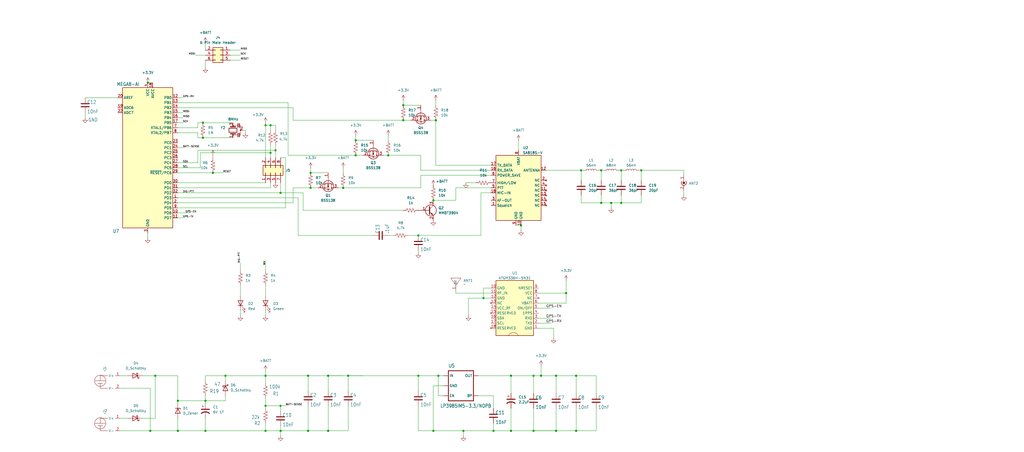
<source format=kicad_sch>
(kicad_sch (version 20231120) (generator "eeschema") (generator_version "8.0")
  (paper "User" 519.176 229.133)
  (junction (at 104.14 203.2))
  (junction (at 220.98 60.96))
  (junction (at 114.3 190.5))
  (junction (at 157.48 95.25))
  (junction (at 173.99 95.25))
  (junction (at 212.09 190.5))
  (junction (at 180.34 71.12))
  (junction (at 281.94 218.44))
  (junction (at 259.08 190.5))
  (junction (at 134.62 218.44))
  (junction (at 142.24 97.79))
  (junction (at 325.12 86.36))
  (junction (at 102.87 69.85))
  (junction (at 176.53 190.5))
  (junction (at 234.95 218.44))
  (junction (at 139.7 76.2))
  (junction (at 219.71 218.44))
  (junction (at 309.88 102.87))
  (junction (at 142.24 218.44))
  (junction (at 259.08 218.44))
  (junction (at 196.85 78.74))
  (junction (at 274.32 190.5))
  (junction (at 78.74 190.5))
  (junction (at 292.1 218.44))
  (junction (at 250.19 218.44))
  (junction (at 142.24 205.74))
  (junction (at 102.87 62.23))
  (junction (at 204.47 53.34))
  (junction (at 287.02 148.59))
  (junction (at 166.37 190.5))
  (junction (at 270.51 218.44))
  (junction (at 137.16 77.47))
  (junction (at 281.94 190.5))
  (junction (at 90.17 203.2))
  (junction (at 90.17 218.44))
  (junction (at 270.51 190.5))
  (junction (at 134.62 190.5))
  (junction (at 304.8 86.36))
  (junction (at 134.62 205.74))
  (junction (at 107.95 87.63))
  (junction (at 314.96 102.87))
  (junction (at 104.14 218.44))
  (junction (at 292.1 190.5))
  (junction (at 222.25 190.5))
  (junction (at 156.21 218.44))
  (junction (at 74.93 41.91))
  (junction (at 245.11 151.13))
  (junction (at 137.16 63.5))
  (junction (at 157.48 87.63))
  (junction (at 180.34 78.74))
  (junction (at 204.47 60.96))
  (junction (at 264.16 114.3))
  (junction (at 304.8 102.87))
  (junction (at 76.2 218.44))
  (junction (at 212.09 119.38))
  (junction (at 156.21 190.5))
  (junction (at 314.96 86.36))
  (junction (at 294.64 86.36))
  (junction (at 134.62 63.5))
  (junction (at 219.71 101.6))
  (junction (at 166.37 218.44))
  (wire (pts (xy 245.11 146.05) (xy 245.11 151.13)))
  (wire (pts (xy 157.48 85.09) (xy 157.48 87.63)))
  (wire (pts (xy 196.85 68.58) (xy 196.85 71.12)))
  (wire (pts (xy 142.24 218.44) (xy 142.24 215.9)) (stroke (width 0.1524)))
  (wire (pts (xy 124.46 66.04) (xy 124.46 67.31)))
  (wire (pts (xy 294.64 99.06) (xy 294.64 102.87)))
  (wire (pts (xy 78.74 190.5) (xy 90.17 190.5)))
  (wire (pts (xy 100.33 76.2) (xy 139.7 76.2)) (stroke (width 0.1524)))
  (wire (pts (xy 142.24 205.74) (xy 144.78 205.74)) (stroke (width 0.1524)))
  (wire (pts (xy 274.32 190.5) (xy 270.51 190.5)) (stroke (width 0.1524)))
  (wire (pts (xy 60.96 190.5) (xy 64.77 190.5)))
  (wire (pts (xy 90.17 110.49) (xy 92.71 110.49)) (stroke (width 0.1524)))
  (wire (pts (xy 294.64 86.36) (xy 295.91 86.36)))
  (wire (pts (xy 90.17 102.87) (xy 148.59 102.87)))
  (wire (pts (xy 157.48 95.25) (xy 161.29 95.25)))
  (wire (pts (xy 176.53 190.5) (xy 212.09 190.5)) (stroke (width 0.1524)))
  (wire (pts (xy 294.64 102.87) (xy 304.8 102.87)))
  (wire (pts (xy 121.92 157.48) (xy 121.92 160.02)))
  (wire (pts (xy 273.05 148.59) (xy 287.02 148.59)))
  (wire (pts (xy 204.47 50.8) (xy 204.47 53.34)))
  (wire (pts (xy 180.34 78.74) (xy 146.05 78.74)))
  (wire (pts (xy 250.19 214.63) (xy 250.19 218.44)) (stroke (width 0.1524)))
  (wire (pts (xy 212.09 127) (xy 212.09 128.27)))
  (wire (pts (xy 224.79 195.58) (xy 219.71 195.58)) (stroke (width 0.1524)))
  (wire (pts (xy 43.18 49.53) (xy 59.69 49.53)))
  (wire (pts (xy 90.17 49.53) (xy 92.71 49.53)) (stroke (width 0.1524)))
  (wire (pts (xy 142.24 218.44) (xy 143.51 218.44)))
  (wire (pts (xy 304.8 86.36) (xy 306.07 86.36)))
  (wire (pts (xy 90.17 203.2) (xy 104.14 203.2)))
  (wire (pts (xy 292.1 207.01) (xy 292.1 218.44)))
  (wire (pts (xy 134.62 190.5) (xy 134.62 194.31)) (stroke (width 0.1524)))
  (wire (pts (xy 104.14 200.66) (xy 104.14 203.2)))
  (wire (pts (xy 220.98 60.96) (xy 220.98 83.82)))
  (wire (pts (xy 146.05 52.07) (xy 146.05 78.74)))
  (wire (pts (xy 248.92 86.36) (xy 213.36 86.36)))
  (wire (pts (xy 90.17 64.77) (xy 100.33 64.77)))
  (wire (pts (xy 218.44 60.96) (xy 220.98 60.96)))
  (wire (pts (xy 270.51 199.39) (xy 270.51 190.5)) (stroke (width 0.1524)))
  (wire (pts (xy 102.87 69.85) (xy 100.33 69.85)))
  (wire (pts (xy 142.24 208.28) (xy 142.24 205.74)) (stroke (width 0.1524)))
  (wire (pts (xy 134.62 214.63) (xy 134.62 218.44)) (stroke (width 0.1524)))
  (wire (pts (xy 273.05 156.21) (xy 279.4 156.21)))
  (wire (pts (xy 134.62 190.5) (xy 156.21 190.5)) (stroke (width 0.1524)))
  (wire (pts (xy 273.05 163.83) (xy 279.4 163.83)))
  (wire (pts (xy 189.23 119.38) (xy 151.13 119.38)) (stroke (width 0.1524)))
  (wire (pts (xy 90.17 57.15) (xy 92.71 57.15)) (stroke (width 0.1524)))
  (wire (pts (xy 259.08 190.5) (xy 270.51 190.5)) (stroke (width 0.1524)))
  (wire (pts (xy 74.93 118.11) (xy 74.93 120.65)))
  (wire (pts (xy 116.84 27.94) (xy 121.92 27.94)) (stroke (width 0.1524)))
  (wire (pts (xy 304.8 86.36) (xy 304.8 91.44)))
  (wire (pts (xy 274.32 190.5) (xy 281.94 190.5)) (stroke (width 0.1524)))
  (wire (pts (xy 281.94 207.01) (xy 281.94 218.44)) (stroke (width 0.1524)))
  (wire (pts (xy 116.84 30.48) (xy 121.92 30.48)) (stroke (width 0.1524)))
  (wire (pts (xy 137.16 92.71) (xy 137.16 95.25)) (stroke (width 0.1524)))
  (wire (pts (xy 273.05 161.29) (xy 279.4 161.29)))
  (wire (pts (xy 219.71 195.58) (xy 219.71 218.44)) (stroke (width 0.1524)))
  (wire (pts (xy 90.17 82.55) (xy 100.33 82.55)) (stroke (width 0.1524)))
  (wire (pts (xy 287.02 153.67) (xy 287.02 148.59)))
  (wire (pts (xy 90.17 54.61) (xy 148.59 54.61)))
  (wire (pts (xy 304.8 102.87) (xy 309.88 102.87)))
  (wire (pts (xy 134.62 63.5) (xy 137.16 63.5)))
  (wire (pts (xy 176.53 205.74) (xy 176.53 218.44)))
  (wire (pts (xy 100.33 82.55) (xy 100.33 76.2)) (stroke (width 0.1524)))
  (wire (pts (xy 303.53 86.36) (xy 304.8 86.36)))
  (wire (pts (xy 243.84 119.38) (xy 212.09 119.38)) (stroke (width 0.1524)))
  (wire (pts (xy 207.01 119.38) (xy 212.09 119.38)) (stroke (width 0.1524)))
  (wire (pts (xy 231.14 101.6) (xy 231.14 95.25)))
  (wire (pts (xy 114.3 203.2) (xy 104.14 203.2)))
  (wire (pts (xy 213.36 95.25) (xy 213.36 88.9)))
  (wire (pts (xy 224.79 190.5) (xy 222.25 190.5)) (stroke (width 0.1524)))
  (wire (pts (xy 204.47 60.96) (xy 208.28 60.96)))
  (wire (pts (xy 123.19 66.04) (xy 124.46 66.04)))
  (wire (pts (xy 134.62 205.74) (xy 142.24 205.74)) (stroke (width 0.1524)))
  (wire (pts (xy 325.12 102.87) (xy 314.96 102.87)))
  (wire (pts (xy 100.33 62.23) (xy 102.87 62.23)))
  (wire (pts (xy 90.17 218.44) (xy 104.14 218.44)))
  (wire (pts (xy 270.51 218.44) (xy 281.94 218.44)) (stroke (width 0.1524)))
  (wire (pts (xy 142.24 218.44) (xy 156.21 218.44)) (stroke (width 0.1524)))
  (wire (pts (xy 166.37 205.74) (xy 166.37 218.44)))
  (wire (pts (xy 302.26 199.39) (xy 302.26 190.5)))
  (wire (pts (xy 176.53 190.5) (xy 176.53 198.12)))
  (wire (pts (xy 219.71 218.44) (xy 212.09 218.44)) (stroke (width 0.1524)))
  (wire (pts (xy 276.86 86.36) (xy 294.64 86.36)))
  (wire (pts (xy 90.17 212.09) (xy 90.17 218.44)))
  (wire (pts (xy 137.16 63.5) (xy 139.7 63.5)))
  (wire (pts (xy 274.32 185.42) (xy 274.32 190.5)) (stroke (width 0.1524)))
  (wire (pts (xy 157.48 87.63) (xy 166.37 87.63)))
  (wire (pts (xy 309.88 102.87) (xy 309.88 105.41)))
  (wire (pts (xy 245.11 151.13) (xy 248.92 151.13)))
  (wire (pts (xy 314.96 102.87) (xy 309.88 102.87)))
  (wire (pts (xy 90.17 100.33) (xy 151.13 100.33)))
  (wire (pts (xy 90.17 204.47) (xy 90.17 203.2)))
  (wire (pts (xy 262.89 71.12) (xy 262.89 76.2)))
  (wire (pts (xy 224.79 200.66) (xy 222.25 200.66)) (stroke (width 0.1524)))
  (wire (pts (xy 323.85 86.36) (xy 325.12 86.36)))
  (wire (pts (xy 137.16 63.5) (xy 137.16 66.04)))
  (wire (pts (xy 243.84 119.38) (xy 243.84 97.79)) (stroke (width 0.1524)))
  (wire (pts (xy 313.69 86.36) (xy 314.96 86.36)))
  (wire (pts (xy 90.17 74.93) (xy 92.71 74.93)) (stroke (width 0.1524)))
  (wire (pts (xy 134.62 201.93) (xy 134.62 203.2)))
  (wire (pts (xy 121.92 144.78) (xy 121.92 149.86)) (stroke (width 0.1524)))
  (wire (pts (xy 114.3 190.5) (xy 129.54 190.5)))
  (wire (pts (xy 212.09 190.5) (xy 212.09 198.12)) (stroke (width 0.1524)))
  (wire (pts (xy 156.21 218.44) (xy 166.37 218.44)))
  (wire (pts (xy 166.37 190.5) (xy 173.99 190.5)))
  (wire (pts (xy 180.34 68.58) (xy 180.34 71.12)))
  (wire (pts (xy 142.24 218.44) (xy 142.24 220.98)))
  (wire (pts (xy 137.16 77.47) (xy 137.16 80.01)))
  (wire (pts (xy 346.71 86.36) (xy 325.12 86.36)))
  (wire (pts (xy 156.21 190.5) (xy 166.37 190.5)) (stroke (width 0.1524)))
  (wire (pts (xy 173.99 85.09) (xy 173.99 87.63)))
  (wire (pts (xy 213.36 88.9) (xy 248.92 88.9)))
  (wire (pts (xy 194.31 78.74) (xy 196.85 78.74)))
  (wire (pts (xy 129.54 190.5) (xy 134.62 190.5)) (stroke (width 0.1524)))
  (wire (pts (xy 166.37 190.5) (xy 176.53 190.5)) (stroke (width 0.1524)))
  (wire (pts (xy 72.39 212.09) (xy 78.74 212.09)))
  (wire (pts (xy 104.14 212.09) (xy 104.14 218.44)))
  (wire (pts (xy 222.25 200.66) (xy 222.25 190.5)) (stroke (width 0.1524)))
  (wire (pts (xy 43.18 57.15) (xy 43.18 59.69)))
  (wire (pts (xy 242.57 200.66) (xy 250.19 200.66)) (stroke (width 0.1524)))
  (wire (pts (xy 156.21 198.12) (xy 156.21 190.5)) (stroke (width 0.1524)))
  (wire (pts (xy 151.13 119.38) (xy 151.13 100.33)))
  (wire (pts (xy 196.85 78.74) (xy 213.36 78.74)))
  (wire (pts (xy 180.34 78.74) (xy 184.15 78.74)))
  (wire (pts (xy 104.14 193.04) (xy 104.14 190.5)))
  (wire (pts (xy 248.92 83.82) (xy 220.98 83.82)))
  (wire (pts (xy 134.62 137.16) (xy 134.62 132.08)) (stroke (width 0.1524)))
  (wire (pts (xy 121.92 137.16) (xy 121.92 133.35)) (stroke (width 0.1524)))
  (wire (pts (xy 292.1 190.5) (xy 292.1 199.39)))
  (wire (pts (xy 134.62 187.96) (xy 134.62 190.5)) (stroke (width 0.1524)))
  (wire (pts (xy 76.2 218.44) (xy 90.17 218.44)))
  (wire (pts (xy 60.96 196.85) (xy 76.2 196.85)))
  (wire (pts (xy 90.17 87.63) (xy 107.95 87.63)))
  (wire (pts (xy 90.17 59.69) (xy 92.71 59.69)) (stroke (width 0.1524)))
  (wire (pts (xy 76.2 196.85) (xy 76.2 218.44)))
  (wire (pts (xy 102.87 62.23) (xy 118.11 62.23)))
  (wire (pts (xy 74.93 41.91) (xy 77.47 41.91)))
  (wire (pts (xy 236.22 92.71) (xy 241.3 92.71)))
  (wire (pts (xy 292.1 218.44) (xy 281.94 218.44)))
  (wire (pts (xy 134.62 205.74) (xy 134.62 203.2)) (stroke (width 0.1524)))
  (wire (pts (xy 302.26 207.01) (xy 302.26 218.44)))
  (wire (pts (xy 90.17 67.31) (xy 100.33 67.31)))
  (wire (pts (xy 148.59 95.25) (xy 157.48 95.25)))
  (wire (pts (xy 156.21 205.74) (xy 156.21 218.44)) (stroke (width 0.1524)))
  (wire (pts (xy 90.17 203.2) (xy 90.17 190.5)))
  (wire (pts (xy 114.3 200.66) (xy 114.3 203.2)))
  (wire (pts (xy 134.62 157.48) (xy 134.62 160.02)))
  (wire (pts (xy 104.14 190.5) (xy 114.3 190.5)))
  (wire (pts (xy 280.67 166.37) (xy 280.67 171.45)))
  (wire (pts (xy 114.3 193.04) (xy 114.3 190.5)))
  (wire (pts (xy 304.8 99.06) (xy 304.8 102.87)))
  (wire (pts (xy 237.49 151.13) (xy 245.11 151.13)))
  (wire (pts (xy 104.14 21.59) (xy 104.14 25.4)))
  (wire (pts (xy 242.57 190.5) (xy 259.08 190.5)) (stroke (width 0.1524)))
  (wire (pts (xy 144.78 80.01) (xy 142.24 80.01)))
  (wire (pts (xy 139.7 66.04) (xy 139.7 63.5)))
  (wire (pts (xy 142.24 97.79) (xy 153.67 97.79)))
  (wire (pts (xy 294.64 86.36) (xy 294.64 91.44)))
  (wire (pts (xy 346.71 96.52) (xy 346.71 99.06)))
  (wire (pts (xy 222.25 190.5) (xy 212.09 190.5)) (stroke (width 0.1524)))
  (wire (pts (xy 90.17 105.41) (xy 144.78 105.41)))
  (wire (pts (xy 234.95 218.44) (xy 250.19 218.44)) (stroke (width 0.1524)))
  (wire (pts (xy 314.96 99.06) (xy 314.96 102.87)))
  (wire (pts (xy 259.08 190.5) (xy 259.08 199.39)))
  (wire (pts (xy 78.74 190.5) (xy 78.74 212.09)))
  (wire (pts (xy 261.62 114.3) (xy 264.16 114.3)))
  (wire (pts (xy 259.08 218.44) (xy 270.51 218.44)) (stroke (width 0.1524)))
  (wire (pts (xy 219.71 101.6) (xy 231.14 101.6)))
  (wire (pts (xy 166.37 190.5) (xy 166.37 198.12)))
  (wire (pts (xy 346.71 88.9) (xy 346.71 86.36)))
  (wire (pts (xy 248.92 146.05) (xy 245.11 146.05)))
  (wire (pts (xy 180.34 71.12) (xy 189.23 71.12)))
  (wire (pts (xy 148.59 102.87) (xy 148.59 95.25)))
  (wire (pts (xy 273.05 166.37) (xy 280.67 166.37)))
  (wire (pts (xy 270.51 218.44) (xy 281.94 218.44)))
  (wire (pts (xy 90.17 107.95) (xy 96.52 107.95)))
  (wire (pts (xy 90.17 52.07) (xy 146.05 52.07)))
  (wire (pts (xy 104.14 34.29) (xy 104.14 30.48)))
  (wire (pts (xy 128.27 218.44) (xy 134.62 218.44)) (stroke (width 0.1524)))
  (wire (pts (xy 204.47 106.68) (xy 153.67 106.68)))
  (wire (pts (xy 142.24 92.71) (xy 142.24 97.79)))
  (wire (pts (xy 90.17 85.09) (xy 101.6 85.09)) (stroke (width 0.1524)))
  (wire (pts (xy 204.47 53.34) (xy 213.36 53.34)))
  (wire (pts (xy 287.02 148.59) (xy 287.02 142.24)))
  (wire (pts (xy 107.95 87.63) (xy 113.03 87.63)) (stroke (width 0.1524)))
  (wire (pts (xy 302.26 218.44) (xy 292.1 218.44)))
  (wire (pts (xy 144.78 105.41) (xy 144.78 80.01)))
  (wire (pts (xy 104.14 27.94) (xy 99.06 27.94)) (stroke (width 0.1524)))
  (wire (pts (xy 166.37 218.44) (xy 176.53 218.44)))
  (wire (pts (xy 231.14 148.59) (xy 231.14 147.32)))
  (wire (pts (xy 139.7 73.66) (xy 139.7 76.2)))
  (wire (pts (xy 148.59 54.61) (xy 148.59 60.96)))
  (wire (pts (xy 220.98 50.8) (xy 220.98 53.34)))
  (wire (pts (xy 250.19 200.66) (xy 250.19 207.01)) (stroke (width 0.1524)))
  (wire (pts (xy 104.14 203.2) (xy 104.14 204.47)))
  (wire (pts (xy 100.33 64.77) (xy 100.33 62.23)))
  (wire (pts (xy 248.92 148.59) (xy 231.14 148.59)))
  (wire (pts (xy 137.16 73.66) (xy 137.16 77.47)))
  (wire (pts (xy 104.14 218.44) (xy 128.27 218.44)))
  (wire (pts (xy 234.95 218.44) (xy 234.95 220.98)))
  (wire (pts (xy 116.84 25.4) (xy 121.92 25.4)) (stroke (width 0.1524)))
  (wire (pts (xy 107.95 78.74) (xy 107.95 80.01)))
  (wire (pts (xy 90.17 92.71) (xy 134.62 92.71)) (stroke (width 0.1524)))
  (wire (pts (xy 270.51 207.01) (xy 270.51 218.44)) (stroke (width 0.1524)))
  (wire (pts (xy 100.33 69.85) (xy 100.33 67.31)))
  (wire (pts (xy 173.99 95.25) (xy 213.36 95.25)))
  (wire (pts (xy 243.84 97.79) (xy 248.92 97.79)))
  (wire (pts (xy 134.62 63.5) (xy 134.62 80.01)))
  (wire (pts (xy 139.7 76.2) (xy 139.7 80.01)))
  (wire (pts (xy 325.12 99.06) (xy 325.12 102.87)))
  (wire (pts (xy 314.96 86.36) (xy 314.96 91.44)))
  (wire (pts (xy 212.09 218.44) (xy 212.09 205.74)) (stroke (width 0.1524)))
  (wire (pts (xy 134.62 62.23) (xy 134.62 63.5)))
  (wire (pts (xy 302.26 190.5) (xy 292.1 190.5)))
  (wire (pts (xy 264.16 114.3) (xy 264.16 116.84)))
  (wire (pts (xy 60.96 218.44) (xy 76.2 218.44)))
  (wire (pts (xy 325.12 91.44) (xy 325.12 86.36)))
  (wire (pts (xy 142.24 218.44) (xy 134.62 218.44)) (stroke (width 0.1524)))
  (wire (pts (xy 102.87 69.85) (xy 118.11 69.85)))
  (wire (pts (xy 60.96 212.09) (xy 64.77 212.09)))
  (wire (pts (xy 101.6 77.47) (xy 137.16 77.47)) (stroke (width 0.1524)))
  (wire (pts (xy 171.45 95.25) (xy 173.99 95.25)))
  (wire (pts (xy 196.85 119.38) (xy 199.39 119.38)) (stroke (width 0.1524)))
  (wire (pts (xy 134.62 144.78) (xy 134.62 149.86)) (stroke (width 0.1524)))
  (wire (pts (xy 237.49 151.13) (xy 237.49 160.02)))
  (wire (pts (xy 176.53 190.5) (xy 184.15 190.5)))
  (wire (pts (xy 153.67 106.68) (xy 153.67 97.79)))
  (wire (pts (xy 213.36 86.36) (xy 213.36 78.74)))
  (wire (pts (xy 101.6 85.09) (xy 101.6 77.47)) (stroke (width 0.1524)))
  (wire (pts (xy 281.94 190.5) (xy 281.94 199.39)) (stroke (width 0.1524)))
  (wire (pts (xy 259.08 207.01) (xy 259.08 218.44)))
  (wire (pts (xy 292.1 190.5) (xy 281.94 190.5)))
  (wire (pts (xy 148.59 60.96) (xy 204.47 60.96)))
  (wire (pts (xy 248.92 95.25) (xy 231.14 95.25)))
  (wire (pts (xy 314.96 86.36) (xy 316.23 86.36)))
  (wire (pts (xy 90.17 62.23) (xy 92.71 62.23)) (stroke (width 0.1524)))
  (wire (pts (xy 219.71 218.44) (xy 234.95 218.44)) (stroke (width 0.1524)))
  (wire (pts (xy 134.62 205.74) (xy 134.62 207.01)))
  (wire (pts (xy 90.17 97.79) (xy 142.24 97.79)))
  (wire (pts (xy 72.39 190.5) (xy 78.74 190.5)))
  (wire (pts (xy 273.05 153.67) (xy 287.02 153.67)))
  (wire (pts (xy 250.19 218.44) (xy 259.08 218.44)) (stroke (width 0.1524)))
  (wire (pts (xy 90.17 95.25) (xy 137.16 95.25)) (stroke (width 0.1524)))
  (label "MISO" (at 121.92 25.4 0) (effects (font (size 0.889 0.889))))
  (label "GPS-RX" (at 276.86 163.83 0))
  (label "DIG-PTT" (at 121.92 133.35 90) (effects (font (size 0.889 0.889))))
  (label "RESET" (at 113.03 87.63 0) (effects (font (size 0.889 0.889))))
  (label "SCK" (at 134.62 132.08 270) (effects (font (size 0.7112 0.7112))))
  (label "BATT-SENSE" (at 92.71 74.93 0) (effects (font (size 0.889 0.889))))
  (label "SDA" (at 92.71 82.55 0) (effects (font (size 0.889 0.889))))
  (label "GPS-EN" (at 93.98 107.95 0) (effects (font (size 0.889 0.889))))
  (label "GPS-TX" (at 92.71 110.49 0) (effects (font (size 0.889 0.889))))
  (label "DIG-PTT" (at 92.71 97.79 0) (effects (font (size 0.889 0.889))))
  (label "BATT-SENSE" (at 144.78 205.74 0) (effects (font (size 0.889 0.889))))
  (label "MOSI" (at 99.06 27.94 180) (effects (font (size 0.889 0.889))))
  (label "SCK" (at 92.71 62.23 0) (effects (font (size 0.889 0.889))))
  (label "GPS-TX" (at 276.86 161.29 0))
  (label "GPS-EN" (at 276.86 156.21 0))
  (label "MISO" (at 92.71 59.69 0) (effects (font (size 0.889 0.889))))
  (label "GPS-RX" (at 92.71 49.53 0) (effects (font (size 0.889 0.889))))
  (label "SCL" (at 92.71 85.09 0) (effects (font (size 0.889 0.889))))
  (label "MOSI" (at 92.71 57.15 0) (effects (font (size 0.889 0.889))))
  (label "RESET" (at 121.92 30.48 0) (effects (font (size 0.889 0.889))))
  (label "SCK" (at 121.92 27.94 0) (effects (font (size 0.889 0.889))))
  (symbol (lib_id "power:+3.3V") (at 107.95 78.74 0) (unit 1)
    (property "Reference" "#PWR09" (effects (hide yes)))
    (property "Value" "+3.3V" (at 107.95 73.66 0))
    (property "Description" "Power symbol creates a global label with name \"+3.3V\"" (effects (hide yes)))
  )
  (symbol (lib_id "Device:LED") (at 134.62 153.67 90) (unit 1)
    (property "Reference" "D3" (at 138.43 153.9874 90) (effects (justify right)))
    (property "Value" "Green" (at 138.43 156.5274 90) (effects (justify right)))
    (property "Footprint" "Diode_SMD:D_0805_2012Metric" (effects (hide yes)))
    (property "Description" "Light emitting diode" (effects (hide yes)))
    (property "Digikey" "160-1169-1-ND" (effects (hide yes)))
  )
  (symbol (lib_id "Device:R_US") (at 173.99 91.44 180) (unit 1)
    (property "Reference" "R9" (at 176.53 90.1699 0) (effects (justify right)))
    (property "Value" "10k" (at 176.53 92.7099 0) (effects (justify right)))
    (property "Footprint" "Resistor_SMD:R_0805_2012Metric" (effects (hide yes)))
    (property "Description" "Resistor, US symbol" (effects (hide yes)))
    (property "Digikey" "311-10KARCT-ND" (effects (hide yes)))
  )
  (symbol (lib_id "power:+3.3V") (at 157.48 85.09 0) (unit 1)
    (property "Reference" "#PWR013" (effects (hide yes)))
    (property "Value" "+3.3V" (at 157.48 80.01 0))
    (property "Description" "Power symbol creates a global label with name \"+3.3V\"" (effects (hide yes)))
  )
  (symbol (lib_id "Device:C") (at 142.24 212.09 0) (unit 1)
    (property "Reference" "C10" (at 143.256 211.455 0) (effects (font (size 1.778 1.5113)) (justify left bottom)))
    (property "Value" "10nF" (at 143.256 216.281 0) (effects (font (size 1.778 1.5113)) (justify left bottom)))
    (property "Footprint" "Capacitor_SMD:C_0805_2012Metric" (effects (hide yes)))
    (property "Description" "Unpolarized capacitor" (effects (hide yes)))
    (property "Digikey" "399-1158-1-ND" (effects (hide yes)))
  )
  (symbol (lib_id "power:GND") (at 280.67 171.45 0) (unit 1)
    (property "Reference" "#SUPPLY015" (effects (hide yes)))
    (property "Value" "GND" (effects (hide yes)))
    (property "Description" "Power symbol creates a global label with name \"GND\" , ground" (effects (hide yes)))
  )
  (symbol (lib_id "Transistor_FET:BSS138") (at 213.36 58.42 270) (unit 1)
    (property "Reference" "Q4" (at 213.36 64.77 90))
    (property "Value" "BSS138" (at 213.36 67.31 90))
    (property "Footprint" "Package_TO_SOT_SMD:SOT-23" (effects (hide yes)))
    (property "Datasheet" "https://www.onsemi.com/pub/Collateral/BSS138-D.PDF" (effects (hide yes)))
    (property "Description" "50V Vds, 0.22A Id, N-Channel MOSFET, SOT-23" (effects (hide yes)))
    (property "Digikey" "BSS138TR-ND" (effects (hide yes)))
  )
  (symbol (lib_id "Device:R_US") (at 180.34 74.93 180) (unit 1)
    (property "Reference" "R15" (at 182.88 73.6599 0) (effects (justify right)))
    (property "Value" "10k" (at 182.88 76.1999 0) (effects (justify right)))
    (property "Footprint" "Resistor_SMD:R_0805_2012Metric" (effects (hide yes)))
    (property "Description" "Resistor, US symbol" (effects (hide yes)))
    (property "Digikey" "311-10KARCT-ND" (effects (hide yes)))
  )
  (symbol (lib_id "power:GND") (at 74.93 120.65 0) (unit 1)
    (property "Reference" "#SUPPLY07" (effects (hide yes)))
    (property "Value" "GND" (effects (hide yes)))
    (property "Description" "Power symbol creates a global label with name \"GND\" , ground" (effects (hide yes)))
  )
  (symbol (lib_id "Custom DS:ATGM336H-5N31") (at 260.35 153.67 0) (unit 1)
    (property "Reference" "U1" (at 260.985 138.43 0))
    (property "Value" "ATGM336H-5N31" (at 260.985 140.97 0))
    (property "Footprint" "Custom DS:ATGM336H-5N31" (effects (hide yes)))
    (property "Datasheet" "https://www.tinytronics.nl/product_files/002176_ATGM336H.pdf" (effects (hide yes)))
    (property "Description" "GPS Module" (effects (hide yes)))
    (property "Digikey" "ALIEXPRESS" (effects (hide yes)))
  )
  (symbol (lib_id "Transistor_FET:BSS138") (at 166.37 92.71 270) (unit 1)
    (property "Reference" "Q1" (at 166.37 99.06 90))
    (property "Value" "BSS138" (at 166.37 101.6 90))
    (property "Footprint" "Package_TO_SOT_SMD:SOT-23" (effects (hide yes)))
    (property "Datasheet" "https://www.onsemi.com/pub/Collateral/BSS138-D.PDF" (effects (hide yes)))
    (property "Description" "50V Vds, 0.22A Id, N-Channel MOSFET, SOT-23" (effects (hide yes)))
    (property "Digikey" "BSS138TR-ND" (effects (hide yes)))
  )
  (symbol (lib_id "Device:D_Zener") (at 90.17 208.28 270) (unit 1)
    (property "Reference" "D1" (at 92.71 207.0099 90) (effects (justify left)))
    (property "Value" "D_Zener" (at 92.71 209.5499 90) (effects (justify left)))
    (property "Footprint" "Diode_SMD:D_SOD-123" (effects (hide yes)))
    (property "Description" "Zener diode" (effects (hide yes)))
    (property "Digikey" "MMSZ5231B-FDICT-ND" (effects (hide yes)))
  )
  (symbol (lib_id "Device:C") (at 166.37 201.93 0) (unit 1)
    (property "Reference" "C3" (at 167.386 201.295 0) (effects (font (size 1.778 1.5113)) (justify left bottom)))
    (property "Value" "10nF" (at 167.386 206.121 0) (effects (font (size 1.778 1.5113)) (justify left bottom)))
    (property "Footprint" "Capacitor_SMD:C_0805_2012Metric" (effects (hide yes)))
    (property "Description" "Unpolarized capacitor" (effects (hide yes)))
    (property "Digikey" "399-1158-1-ND" (effects (hide yes)))
  )
  (symbol (lib_id "Device:C") (at 325.12 95.25 180) (unit 1)
    (property "Reference" "C19" (at 328.93 93.9799 0) (effects (justify right)))
    (property "Value" "20pF" (at 328.93 96.5199 0) (effects (justify right)))
    (property "Footprint" "Capacitor_SMD:C_0805_2012Metric" (effects (hide yes)))
    (property "Description" "Unpolarized capacitor" (effects (hide yes)))
    (property "Digikey" "712-1381-1-ND" (effects (hide yes)))
  )
  (symbol (lib_id "Device:L") (at 320.04 86.36 90) (unit 1)
    (property "Reference" "L3" (at 320.04 81.28 90))
    (property "Value" "56nH" (at 320.04 83.82 90))
    (property "Footprint" "Inductor_SMD:L_0805_2012Metric" (effects (hide yes)))
    (property "Description" "Inductor" (effects (hide yes)))
    (property "Digikey" "535-11570-1-ND" (effects (hide yes)))
  )
  (symbol (lib_id "power:+3.3V") (at 274.32 185.42 0) (unit 1)
    (property "Reference" "#PWR01" (effects (hide yes)))
    (property "Value" "+3.3V" (at 274.32 180.34 0))
    (property "Description" "Power symbol creates a global label with name \"+3.3V\"" (effects (hide yes)))
  )
  (symbol (lib_id "power:GND") (at 264.16 116.84 0) (unit 1)
    (property "Reference" "#SUPPLY011" (effects (hide yes)))
    (property "Value" "GND" (effects (hide yes)))
    (property "Description" "Power symbol creates a global label with name \"GND\" , ground" (effects (hide yes)))
  )
  (symbol (lib_id "Device:R_US") (at 121.92 140.97 0) (unit 1)
    (property "Reference" "R3" (at 124.46 139.6999 0) (effects (justify left)))
    (property "Value" "1k" (at 124.46 142.2399 0) (effects (justify left)))
    (property "Footprint" "Resistor_SMD:R_0805_2012Metric" (effects (hide yes)))
    (property "Description" "Resistor, US symbol" (effects (hide yes)))
    (property "Digikey" "311-1.0KARCT-ND" (effects (hide yes)))
  )
  (symbol (lib_id "Device:R_US") (at 104.14 196.85 180) (unit 1)
    (property "Reference" "R19" (at 110.998 197.358 0) (effects (font (size 1.778 1.5113)) (justify left bottom)))
    (property "Value" "47" (at 111.76 193.802 0) (effects (font (size 1.778 1.5113)) (justify left bottom)))
    (property "Footprint" "Resistor_SMD:R_2512_6332Metric" (effects (hide yes)))
    (property "Description" "Resistor, US symbol" (effects (hide yes)))
    (property "Digikey" "TBD" (effects (hide yes)))
  )
  (symbol (lib_id "power:GND") (at 124.46 67.31 0) (unit 1)
    (property "Reference" "#SUPPLY08" (effects (hide yes)))
    (property "Value" "GND" (effects (hide yes)))
    (property "Description" "Power symbol creates a global label with name \"GND\" , ground" (effects (hide yes)))
  )
  (symbol (lib_id "Device:C") (at 294.64 95.25 180) (unit 1)
    (property "Reference" "C16" (at 298.45 93.9799 0) (effects (justify right)))
    (property "Value" "20pF" (at 298.45 96.5199 0) (effects (justify right)))
    (property "Footprint" "Capacitor_SMD:C_0805_2012Metric" (effects (hide yes)))
    (property "Description" "Unpolarized capacitor" (effects (hide yes)))
    (property "Digikey" "712-1381-1-ND" (effects (hide yes)))
  )
  (symbol (lib_id "power:GND") (at 142.24 220.98 0) (unit 1)
    (property "Reference" "#SUPPLY06" (effects (hide yes)))
    (property "Value" "GND" (effects (hide yes)))
    (property "Description" "Power symbol creates a global label with name \"GND\" , ground" (effects (hide yes)))
  )
  (symbol (lib_id "Connector_Generic:Conn_02x03_Odd_Even") (at 111.76 27.94 0) (mirror y) (unit 1)
    (property "Reference" "J4" (at 110.49 19.05 0))
    (property "Value" "6 Pin Male Header" (at 110.49 21.59 0))
    (property "Footprint" "Connector_PinHeader_2.54mm:PinHeader_2x03_P2.54mm_Vertical" (effects (hide yes)))
    (property "Description" "Generic connector, double row, 02x03, odd/even pin numbering scheme (row 1 odd numbers, row 2 even numbers), script generated (kicad-library-utils/schlib/autogen/connector/)" (effects (hide yes)))
    (property "Digikey" "732-5394-ND" (effects (hide yes)))
  )
  (symbol (lib_id "Device:C") (at 281.94 203.2 0) (unit 1)
    (property "Reference" "C7" (at 282.956 202.565 0) (effects (font (size 1.778 1.5113)) (justify left bottom)))
    (property "Value" "10nF" (at 282.956 207.391 0) (effects (font (size 1.778 1.5113)) (justify left bottom)))
    (property "Footprint" "Capacitor_SMD:C_0805_2012Metric" (effects (hide yes)))
    (property "Description" "Unpolarized capacitor" (effects (hide yes)))
    (property "Digikey" "399-1158-1-ND" (effects (hide yes)))
  )
  (symbol (lib_id "power:+3.3V") (at 204.47 50.8 0) (unit 1)
    (property "Reference" "#PWR016" (effects (hide yes)))
    (property "Value" "+3.3V" (at 204.47 45.72 0))
    (property "Description" "Power symbol creates a global label with name \"+3.3V\"" (effects (hide yes)))
  )
  (symbol (lib_id "Device:R_US") (at 134.62 210.82 180) (unit 1)
    (property "Reference" "R2" (at 132.08 213.614 0) (effects (font (size 1.778 1.5113)) (justify left bottom)))
    (property "Value" "22k" (at 131.826 210.566 0) (effects (font (size 1.778 1.5113)) (justify left bottom)))
    (property "Footprint" "Resistor_SMD:R_0805_2012Metric" (effects (hide yes)))
    (property "Description" "Resistor, US symbol" (effects (hide yes)))
    (property "Digikey" "311-22KARTR-ND" (effects (hide yes)))
  )
  (symbol (lib_id "power:GND") (at 121.92 160.02 0) (unit 1)
    (property "Reference" "#SUPPLY012" (effects (hide yes)))
    (property "Value" "GND" (effects (hide yes)))
    (property "Description" "Power symbol creates a global label with name \"GND\" , ground" (effects (hide yes)))
  )
  (symbol (lib_id "power:+BATT") (at 219.71 93.98 0) (unit 1)
    (property "Reference" "#PWR05" (effects (hide yes)))
    (property "Value" "+BATT" (at 224.028 91.948 0))
    (property "Description" "Power symbol creates a global label with name \"+BATT\"" (effects (hide yes)))
  )
  (symbol (lib_id "power:+3.3V") (at 134.62 62.23 0) (unit 1)
    (property "Reference" "#PWR011" (effects (hide yes)))
    (property "Value" "+3.3V" (at 130.81 58.166 0))
    (property "Description" "Power symbol creates a global label with name \"+3.3V\"" (effects (hide yes)))
  )
  (symbol (lib_id "power:GND") (at 219.71 111.76 0) (unit 1)
    (property "Reference" "#SUPPLY05" (effects (hide yes)))
    (property "Value" "GND" (effects (hide yes)))
    (property "Description" "Power symbol creates a global label with name \"GND\" , ground" (effects (hide yes)))
  )
  (symbol (lib_id "power:GND") (at 139.7 92.71 0) (unit 1)
    (property "Reference" "#SUPPLY09" (effects (hide yes)))
    (property "Value" "GND" (effects (hide yes)))
    (property "Description" "Power symbol creates a global label with name \"GND\" , ground" (effects (hide yes)))
  )
  (symbol (lib_id "power:+BATT") (at 220.98 50.8 0) (unit 1)
    (property "Reference" "#PWR017" (effects (hide yes)))
    (property "Value" "+BATT" (at 220.98 45.72 0))
    (property "Description" "Power symbol creates a global label with name \"+BATT\"" (effects (hide yes)))
  )
  (symbol (lib_id "Transistor_FET:BSS138") (at 189.23 76.2 270) (unit 1)
    (property "Reference" "Q3" (at 189.23 82.55 90))
    (property "Value" "BSS138" (at 189.23 85.09 90))
    (property "Footprint" "Package_TO_SOT_SMD:SOT-23" (effects (hide yes)))
    (property "Datasheet" "https://www.onsemi.com/pub/Collateral/BSS138-D.PDF" (effects (hide yes)))
    (property "Description" "50V Vds, 0.22A Id, N-Channel MOSFET, SOT-23" (effects (hide yes)))
    (property "Digikey" "BSS138TR-ND" (effects (hide yes)))
  )
  (symbol (lib_id "MCU_Microchip_ATmega:ATmega328P-A") (at 74.93 80.01 0) (unit 1)
    (property "Reference" "U7" (at 57.15 118.11 0) (effects (font (size 1.778 1.5113)) (justify left bottom)))
    (property "Value" "MEGA8-AI" (at 59.182 43.688 0) (effects (font (size 1.778 1.5113)) (justify left bottom)))
    (property "Footprint" "Package_QFP:TQFP-32_7x7mm_P0.8mm" (effects (hide yes)))
    (property "Datasheet" "https://ww1.microchip.com/downloads/en/DeviceDoc/Atmel-7810-Automotive-Microcontrollers-ATmega328P_Datasheet.pdf" (effects (hide yes)))
    (property "Description" "20MHz, 32kB Flash, 2kB SRAM, 1kB EEPROM, TQFP-32" (effects (hide yes)))
    (property "Digikey" "ATMEGA328P-AU-ND" (effects (hide yes)))
  )
  (symbol (lib_id "power:+BATT") (at 196.85 68.58 0) (unit 1)
    (property "Reference" "#PWR015" (effects (hide yes)))
    (property "Value" "+BATT" (at 196.85 63.5 0))
    (property "Description" "Power symbol creates a global label with name \"+BATT\"" (effects (hide yes)))
  )
  (symbol (lib_id "Device:R_US") (at 139.7 69.85 0) (mirror y) (unit 1)
    (property "Reference" "R13" (at 145.796 67.818 0) (effects (justify left)))
    (property "Value" "4.7k" (at 145.796 70.612 0) (effects (justify left)))
    (property "Footprint" "Resistor_SMD:R_0805_2012Metric" (effects (hide yes)))
    (property "Description" "Resistor, US symbol" (effects (hide yes)))
    (property "Digikey" "311-4.7KARCT-ND" (effects (hide yes)))
  )
  (symbol (lib_id "Device:R_US") (at 245.11 92.71 90) (unit 1)
    (property "Reference" "R11" (at 245.11 86.36 90))
    (property "Value" "10k" (at 245.11 88.9 90))
    (property "Footprint" "Resistor_SMD:R_0805_2012Metric" (effects (hide yes)))
    (property "Description" "Resistor, US symbol" (effects (hide yes)))
    (property "Digikey" "311-10KARCT-ND" (effects (hide yes)))
  )
  (symbol (lib_id "Transistor_BJT:MMBT3904") (at 217.17 106.68 0) (unit 1)
    (property "Reference" "Q2" (at 222.25 105.4099 0) (effects (justify left)))
    (property "Value" "MMBT3904" (at 222.25 107.9499 0) (effects (justify left)))
    (property "Footprint" "Package_TO_SOT_SMD:SOT-23" (effects (hide yes)))
    (property "Datasheet" "https://www.onsemi.com/pdf/datasheet/pzt3904-d.pdf" (effects (hide yes)))
    (property "Description" "0.2A Ic, 40V Vce, Small Signal NPN Transistor, SOT-23" (effects (hide yes)))
    (property "Digikey" "MMBT3904TPMSCT-ND" (effects (hide yes)))
  )
  (symbol (lib_id "power:GND") (at 346.71 99.06 0) (unit 1)
    (property "Reference" "#SUPPLY04" (effects (hide yes)))
    (property "Value" "GND" (effects (hide yes)))
    (property "Description" "Power symbol creates a global label with name \"GND\" , ground" (effects (hide yes)))
  )
  (symbol (lib_id "power:+BATT") (at 173.99 85.09 0) (unit 1)
    (property "Reference" "#PWR014" (effects (hide yes)))
    (property "Value" "+BATT" (at 173.99 80.01 0))
    (property "Description" "Power symbol creates a global label with name \"+BATT\"" (effects (hide yes)))
  )
  (symbol (lib_id "Device:R_US") (at 208.28 106.68 90) (unit 1)
    (property "Reference" "R14" (at 208.28 100.33 90))
    (property "Value" "1k" (at 208.28 102.87 90))
    (property "Footprint" "Resistor_SMD:R_0805_2012Metric" (effects (hide yes)))
    (property "Description" "Resistor, US symbol" (effects (hide yes)))
    (property "Digikey" "311-1.0KARCT-ND" (effects (hide yes)))
  )
  (symbol (lib_id "power:+3.3V") (at 180.34 68.58 0) (unit 1)
    (property "Reference" "#PWR06" (effects (hide yes)))
    (property "Value" "+3.3V" (at 180.34 63.5 0))
    (property "Description" "Power symbol creates a global label with name \"+3.3V\"" (effects (hide yes)))
  )
  (symbol (lib_id "power:GND") (at 236.22 92.71 0) (unit 1)
    (property "Reference" "#SUPPLY016" (effects (hide yes)))
    (property "Value" "GND" (effects (hide yes)))
    (property "Description" "Power symbol creates a global label with name \"GND\" , ground" (effects (hide yes)))
  )
  (symbol (lib_id "Device:R_US") (at 196.85 74.93 180) (unit 1)
    (property "Reference" "R16" (at 199.39 73.6599 0) (effects (justify right)))
    (property "Value" "10k" (at 199.39 76.1999 0) (effects (justify right)))
    (property "Footprint" "Resistor_SMD:R_0805_2012Metric" (effects (hide yes)))
    (property "Description" "Resistor, US symbol" (effects (hide yes)))
    (property "Digikey" "311-10KARCT-ND" (effects (hide yes)))
  )
  (symbol (lib_id "Custom DS:DRA818_SA818_Transmitter") (at 262.89 95.25 0) (unit 1)
    (property "Reference" "U2" (at 265.0841 74.93 0) (effects (justify left)))
    (property "Value" "SA818S-V" (at 265.0841 77.47 0) (effects (justify left)))
    (property "Footprint" "Custom DS:DRA818 SA818" (effects (hide yes)))
    (property "Digikey" "ALIEXPRESS" (effects (hide yes)))
  )
  (symbol (lib_id "power:GND") (at 237.49 160.02 0) (unit 1)
    (property "Reference" "#SUPPLY014" (effects (hide yes)))
    (property "Value" "GND" (effects (hide yes)))
    (property "Description" "Power symbol creates a global label with name \"GND\" , ground" (effects (hide yes)))
  )
  (symbol (lib_id "Device:C") (at 250.19 210.82 0) (unit 1)
    (property "Reference" "C11" (at 251.206 210.185 0) (effects (font (size 1.778 1.5113)) (justify left bottom)))
    (property "Value" "10nF" (at 251.206 215.011 0) (effects (font (size 1.778 1.5113)) (justify left bottom)))
    (property "Footprint" "Capacitor_SMD:C_0805_2012Metric" (effects (hide yes)))
    (property "Description" "Unpolarized capacitor" (effects (hide yes)))
    (property "Digikey" "399-1158-1-ND" (effects (hide yes)))
  )
  (symbol (lib_id "Device:C") (at 193.04 119.38 90) (unit 1)
    (property "Reference" "C13" (at 192.405 118.364 0) (effects (font (size 1.778 1.5113)) (justify left bottom)))
    (property "Value" ".1uF" (at 197.231 118.364 0) (effects (font (size 1.778 1.5113)) (justify left bottom)))
    (property "Footprint" "Capacitor_SMD:C_0805_2012Metric" (effects (hide yes)))
    (property "Description" "Unpolarized capacitor" (effects (hide yes)))
  )
  (symbol (lib_id "power:GND") (at 134.62 160.02 0) (unit 1)
    (property "Reference" "#SUPPLY013" (effects (hide yes)))
    (property "Value" "GND" (effects (hide yes)))
    (property "Description" "Power symbol creates a global label with name \"GND\" , ground" (effects (hide yes)))
  )
  (symbol (lib_id "Device:C") (at 176.53 201.93 0) (unit 1)
    (property "Reference" "C4" (at 177.546 201.295 0) (effects (font (size 1.778 1.5113)) (justify left bottom)))
    (property "Value" "10nF" (at 177.546 206.121 0) (effects (font (size 1.778 1.5113)) (justify left bottom)))
    (property "Footprint" "Capacitor_SMD:C_0805_2012Metric" (effects (hide yes)))
    (property "Description" "Unpolarized capacitor" (effects (hide yes)))
    (property "Digikey" "399-1158-1-ND" (effects (hide yes)))
  )
  (symbol (lib_id "Device:C") (at 156.21 201.93 0) (unit 1)
    (property "Reference" "C2" (at 157.226 201.295 0) (effects (font (size 1.778 1.5113)) (justify left bottom)))
    (property "Value" "10nF" (at 157.226 206.121 0) (effects (font (size 1.778 1.5113)) (justify left bottom)))
    (property "Footprint" "Capacitor_SMD:C_0805_2012Metric" (effects (hide yes)))
    (property "Description" "Unpolarized capacitor" (effects (hide yes)))
    (property "Digikey" "399-1158-1-ND" (effects (hide yes)))
  )
  (symbol (lib_id "Device:LED") (at 121.92 153.67 90) (unit 1)
    (property "Reference" "D2" (at 125.73 153.9874 90) (effects (justify right)))
    (property "Value" "Red" (at 125.73 156.5274 90) (effects (justify right)))
    (property "Footprint" "Diode_SMD:D_0805_2012Metric" (effects (hide yes)))
    (property "Description" "Light emitting diode" (effects (hide yes)))
    (property "Digikey" "160-1405-1-ND" (effects (hide yes)))
  )
  (symbol (lib_id "power:GND") (at 212.09 128.27 0) (unit 1)
    (property "Reference" "#SUPPLY01" (effects (hide yes)))
    (property "Value" "GND" (effects (hide yes)))
    (property "Description" "Power symbol creates a global label with name \"GND\" , ground" (effects (hide yes)))
  )
  (symbol (lib_id "Device:L") (at 299.72 86.36 90) (unit 1)
    (property "Reference" "L1" (at 299.72 81.28 90))
    (property "Value" "56nH" (at 299.72 83.82 90))
    (property "Footprint" "Inductor_SMD:L_0805_2012Metric" (effects (hide yes)))
    (property "Description" "Inductor" (effects (hide yes)))
    (property "Digikey" "535-11570-1-ND" (effects (hide yes)))
  )
  (symbol (lib_id "Device:C") (at 304.8 95.25 180) (unit 1)
    (property "Reference" "C17" (at 308.61 93.9799 0) (effects (justify right)))
    (property "Value" "36pF" (at 308.61 96.5199 0) (effects (justify right)))
    (property "Footprint" "Capacitor_SMD:C_0805_2012Metric" (effects (hide yes)))
    (property "Description" "Unpolarized capacitor" (effects (hide yes)))
    (property "Digikey" "478-10473-1-ND" (effects (hide yes)))
  )
  (symbol (lib_id "power:+BATT") (at 262.89 71.12 0) (unit 1)
    (property "Reference" "#PWR07" (effects (hide yes)))
    (property "Value" "+BATT" (at 262.89 66.04 0))
    (property "Description" "Power symbol creates a global label with name \"+BATT\"" (effects (hide yes)))
  )
  (symbol (lib_id "Device:R_US") (at 220.98 57.15 180) (unit 1)
    (property "Reference" "R18" (at 223.52 55.8799 0) (effects (justify right)))
    (property "Value" "10k" (at 223.52 58.4199 0) (effects (justify right)))
    (property "Footprint" "Resistor_SMD:R_0805_2012Metric" (effects (hide yes)))
    (property "Description" "Resistor, US symbol" (effects (hide yes)))
    (property "Digikey" "311-10KARCT-ND" (effects (hide yes)))
  )
  (symbol (lib_id "Device:C") (at 270.51 203.2 0) (unit 1)
    (property "Reference" "C6" (at 271.526 202.565 0) (effects (font (size 1.778 1.5113)) (justify left bottom)))
    (property "Value" "10nF" (at 271.526 207.391 0) (effects (font (size 1.778 1.5113)) (justify left bottom)))
    (property "Footprint" "Capacitor_SMD:C_0805_2012Metric" (effects (hide yes)))
    (property "Description" "Unpolarized capacitor" (effects (hide yes)))
    (property "Digikey" "399-1158-1-ND" (effects (hide yes)))
  )
  (symbol (lib_id "Device:R_US") (at 219.71 97.79 180) (unit 1)
    (property "Reference" "R10" (at 222.25 96.5199 0) (effects (justify right)))
    (property "Value" "10k" (at 222.25 99.0599 0) (effects (justify right)))
    (property "Footprint" "Resistor_SMD:R_0805_2012Metric" (effects (hide yes)))
    (property "Description" "Resistor, US symbol" (effects (hide yes)))
    (property "Digikey" "311-10KARCT-ND" (effects (hide yes)))
  )
  (symbol (lib_id "Device:R_US") (at 137.16 69.85 0) (mirror y) (unit 1)
    (property "Reference" "R12" (at 134.62 68.5799 0) (effects (justify left)))
    (property "Value" "4.7k" (at 133.858 71.12 0) (effects (justify left)))
    (property "Footprint" "Resistor_SMD:R_0805_2012Metric" (effects (hide yes)))
    (property "Description" "Resistor, US symbol" (effects (hide yes)))
    (property "Digikey" "311-4.7KARCT-ND" (effects (hide yes)))
  )
  (symbol (lib_id "Device:R_US") (at 204.47 57.15 180) (unit 1)
    (property "Reference" "R17" (at 207.01 55.8799 0) (effects (justify right)))
    (property "Value" "10k" (at 207.01 58.4199 0) (effects (justify right)))
    (property "Footprint" "Resistor_SMD:R_0805_2012Metric" (effects (hide yes)))
    (property "Description" "Resistor, US symbol" (effects (hide yes)))
    (property "Digikey" "311-10KARCT-ND" (effects (hide yes)))
  )
  (symbol (lib_id "Device:R_US") (at 157.48 91.44 180) (unit 1)
    (property "Reference" "R7" (at 160.02 90.1699 0) (effects (justify right)))
    (property "Value" "10k" (at 160.02 92.7099 0) (effects (justify right)))
    (property "Footprint" "Resistor_SMD:R_0805_2012Metric" (effects (hide yes)))
    (property "Description" "Resistor, US symbol" (effects (hide yes)))
    (property "Digikey" "311-10KARCT-ND" (effects (hide yes)))
  )
  (symbol (lib_id "power:+BATT") (at 104.14 21.59 0) (unit 1)
    (property "Reference" "#PWR04" (effects (hide yes)))
    (property "Value" "+BATT" (at 104.14 16.51 0))
    (property "Description" "Power symbol creates a global label with name \"+BATT\"" (effects (hide yes)))
  )
  (symbol (lib_id "Device:R_US") (at 134.62 140.97 0) (unit 1)
    (property "Reference" "R4" (at 137.16 139.6999 0) (effects (justify left)))
    (property "Value" "1k" (at 137.16 142.2399 0) (effects (justify left)))
    (property "Footprint" "Resistor_SMD:R_0805_2012Metric" (effects (hide yes)))
    (property "Description" "Resistor, US symbol" (effects (hide yes)))
    (property "Digikey" "311-1.0KARCT-ND" (effects (hide yes)))
  )
  (symbol (lib_id "Device:C") (at 292.1 203.2 0) (unit 1)
    (property "Reference" "C8" (at 293.116 202.565 0) (effects (font (size 1.778 1.5113)) (justify left bottom)))
    (property "Value" "10nF" (at 293.116 207.391 0) (effects (font (size 1.778 1.5113)) (justify left bottom)))
    (property "Footprint" "Capacitor_SMD:C_0805_2012Metric" (effects (hide yes)))
    (property "Description" "Unpolarized capacitor" (effects (hide yes)))
    (property "Digikey" "399-1158-1-ND" (effects (hide yes)))
  )
  (symbol (lib_id "Device:C") (at 43.18 53.34 0) (unit 1)
    (property "Reference" "C12" (at 44.196 52.705 0) (effects (font (size 1.778 1.5113)) (justify left bottom)))
    (property "Value" "10nF" (at 44.196 57.531 0) (effects (font (size 1.778 1.5113)) (justify left bottom)))
    (property "Footprint" "Capacitor_SMD:C_0805_2012Metric" (effects (hide yes)))
    (property "Description" "Unpolarized capacitor" (effects (hide yes)))
    (property "Digikey" "399-1158-1-ND" (effects (hide yes)))
  )
  (symbol (lib_id "Connector:Conn_Coaxial_Power") (at 346.71 91.44 0) (unit 1)
    (property "Reference" "ANT2" (at 349.25 92.9639 0) (effects (justify left)))
    (property "Value" "SMA Edge Mount (Optional)" (effects (hide yes)))
    (property "Footprint" "Connector_Coaxial:SMA_Samtec_SMA-J-P-H-ST-EM1_EdgeMount" (effects (hide yes)))
    (property "Description" "coaxial connector (BNC, SMA, SMB, SMC, Cinch/RCA, LEMO, ...)" (effects (hide yes)))
    (property "Digikey" "CON-SMA-EDGE-S-ND" (effects (hide yes)))
  )
  (symbol (lib_id "Device:C") (at 212.09 123.19 0) (unit 1)
    (property "Reference" "C14" (at 213.106 122.555 0) (effects (font (size 1.778 1.5113)) (justify left bottom)))
    (property "Value" "10nF" (at 213.106 127.381 0) (effects (font (size 1.778 1.5113)) (justify left bottom)))
    (property "Footprint" "Capacitor_SMD:C_0805_2012Metric" (effects (hide yes)))
    (property "Description" "Unpolarized capacitor" (effects (hide yes)))
    (property "Digikey" "399-1158-1-ND" (effects (hide yes)))
  )
  (symbol (lib_id "Device:C") (at 302.26 203.2 0) (unit 1)
    (property "Reference" "C9" (at 303.276 202.565 0) (effects (font (size 1.778 1.5113)) (justify left bottom)))
    (property "Value" "10nF" (at 303.276 207.391 0) (effects (font (size 1.778 1.5113)) (justify left bottom)))
    (property "Footprint" "Capacitor_SMD:C_0805_2012Metric" (effects (hide yes)))
    (property "Description" "Unpolarized capacitor" (effects (hide yes)))
    (property "Digikey" "399-1158-1-ND" (effects (hide yes)))
  )
  (symbol (lib_id "Device:C") (at 212.09 201.93 0) (unit 1)
    (property "Reference" "C5" (at 213.106 201.295 0) (effects (font (size 1.778 1.5113)) (justify left bottom)))
    (property "Value" "10nF" (at 213.106 206.121 0) (effects (font (size 1.778 1.5113)) (justify left bottom)))
    (property "Footprint" "Capacitor_SMD:C_0805_2012Metric" (effects (hide yes)))
    (property "Description" "Unpolarized capacitor" (effects (hide yes)))
    (property "Digikey" "399-1158-1-ND" (effects (hide yes)))
  )
  (symbol (lib_id "Device:R_US") (at 102.87 66.04 0) (unit 1)
    (property "Reference" "R5" (at 105.41 64.7699 0) (effects (justify left)))
    (property "Value" "1M" (at 105.41 67.3099 0) (effects (justify left)))
    (property "Footprint" "Resistor_SMD:R_0805_2012Metric" (effects (hide yes)))
    (property "Description" "Resistor, US symbol" (effects (hide yes)))
    (property "Digikey" "311-1.0MARCT-ND" (effects (hide yes)))
  )
  (symbol (lib_id "power:GND") (at 234.95 220.98 0) (unit 1)
    (property "Reference" "#SUPPLY03" (effects (hide yes)))
    (property "Value" "GND" (effects (hide yes)))
    (property "Description" "Power symbol creates a global label with name \"GND\" , ground" (effects (hide yes)))
  )
  (symbol (lib_id "Device:L") (at 309.88 86.36 90) (unit 1)
    (property "Reference" "L2" (at 309.88 81.28 90))
    (property "Value" "68nH" (at 309.88 83.82 90))
    (property "Footprint" "Inductor_SMD:L_0805_2012Metric" (effects (hide yes)))
    (property "Description" "Inductor" (effects (hide yes)))
    (property "Digikey" "535-11572-1-ND" (effects (hide yes)))
  )
  (symbol (lib_id "power:+3.3V") (at 74.93 41.91 0) (unit 1)
    (property "Reference" "#PWR03" (effects (hide yes)))
    (property "Value" "+3.3V" (at 74.93 36.83 0))
    (property "Description" "Power symbol creates a global label with name \"+3.3V\"" (effects (hide yes)))
  )
  (symbol (lib_id "Custom DS:GPS_Antenna") (at 231.14 147.32 0) (unit 1)
    (property "Reference" "ANT1" (at 234.95 142.2399 0) (effects (justify left)))
    (property "Value" "~" (at 234.95 144.145 0) (effects (justify left)))
    (property "Footprint" "Custom DS:Pulse ANT8010LL05R1575A Antenna" (effects (hide yes)))
    (property "Digikey" "553-ANT8010LL05R1575ACT-ND" (effects (hide yes)))
  )
  (symbol (lib_id "Device:D_Schottky") (at 68.58 212.09 180) (unit 1)
    (property "Reference" "D5" (at 68.8975 205.74 0))
    (property "Value" "D_Schottky" (at 68.8975 208.28 0))
    (property "Footprint" "Diode_SMD:D_SMA" (effects (hide yes)))
    (property "Description" "Schottky diode" (effects (hide yes)))
    (property "Digikey" "641-1258-1-ND" (effects (hide yes)))
  )
  (symbol (lib_id "Device:R_US") (at 107.95 83.82 0) (mirror y) (unit 1)
    (property "Reference" "R6" (at 105.41 82.5499 0) (effects (justify left)))
    (property "Value" "10k" (at 105.41 85.0899 0) (effects (justify left)))
    (property "Footprint" "Resistor_SMD:R_0805_2012Metric" (effects (hide yes)))
    (property "Description" "Resistor, US symbol" (effects (hide yes)))
    (property "Digikey" "311-10KARCT-ND" (effects (hide yes)))
  )
  (symbol (lib_id "Connector_Generic:Conn_02x04_Odd_Even") (at 137.16 87.63 90) (unit 1)
    (property "Reference" "J5" (at 144.78 86.3599 90) (effects (justify right)))
    (property "Value" "Conn_02x04_Odd_Even" (effects (hide yes)))
    (property "Footprint" "Connector_PinHeader_2.54mm:PinHeader_2x04_P2.54mm_Vertical" (effects (hide yes)))
    (property "Description" "Generic connector, double row, 02x04, odd/even pin numbering scheme (row 1 odd numbers, row 2 even numbers), script generated (kicad-library-utils/schlib/autogen/connector/)" (effects (hide yes)))
  )
  (symbol (lib_id "ptSolar-eagle-import:SparkFun-PowerIC_V_REG_LDOSMD") (at 234.95 195.58 0) (unit 1)
    (property "Reference" "U5" (at 227.33 186.436 0) (effects (font (size 1.778 1.5113)) (justify left bottom)))
    (property "Value" "LP3985IM5-3.3/NOPB" (at 223.266 206.756 0) (effects (font (size 1.778 1.5113)) (justify left bottom)))
    (property "Footprint" "Package_TO_SOT_SMD:SOT-23-5" (effects (hide yes)))
    (property "Datasheet" "https://www.ti.com/lit/ds/symlink/lp3985.pdf?HQS=dis-dk-null-digikeymode-dsf-pf-null-wwe&ts=1737860010554" (effects (hide yes)))
    (property "Description" "Voltage Regulator LDO Standard 150mA LDO voltage regulator in SOT-23 layout. Micrel part MIC5205. BP (by-pass) pin is used to lower output noise with 470pF cap." (effects (hide yes)))
    (property "Digikey" "LP3985IM5-3.3/NOPBCT-ND" (effects (hide yes)))
  )
  (symbol (lib_id "Device:C") (at 314.96 95.25 180) (unit 1)
    (property "Reference" "C18" (at 318.77 93.9799 0) (effects (justify right)))
    (property "Value" "36pF" (at 318.77 96.5199 0) (effects (justify right)))
    (property "Footprint" "Capacitor_SMD:C_0805_2012Metric" (effects (hide yes)))
    (property "Description" "Unpolarized capacitor" (effects (hide yes)))
    (property "Digikey" "478-10473-1-ND" (effects (hide yes)))
  )
  (symbol (lib_id "power:+BATT") (at 134.62 187.96 0) (unit 1)
    (property "Reference" "#PWR02" (effects (hide yes)))
    (property "Value" "+BATT" (at 134.62 182.88 0))
    (property "Description" "Power symbol creates a global label with name \"+BATT\"" (effects (hide yes)))
  )
  (symbol (lib_id "Device:Resonator") (at 118.11 66.04 90) (unit 1)
    (property "Reference" "Y2" (at 114.3 64.7699 90) (effects (justify left)))
    (property "Value" "8MHz" (at 120.904 60.452 90) (effects (justify left)))
    (property "Footprint" "Crystal:Resonator_SMD_Murata_CSTxExxV-3Pin_3.0x1.1mm" (effects (hide yes)))
    (property "Description" "Three pin ceramic resonator" (effects (hide yes)))
    (property "Digikey" "490-CSTNE8M00G520000R0CT-ND" (effects (hide yes)))
  )
  (symbol (lib_id "Device:R_US") (at 203.2 119.38 90) (unit 1)
    (property "Reference" "R8" (at 203.2 113.03 90))
    (property "Value" "4.7k" (at 203.2 115.57 90))
    (property "Footprint" "Resistor_SMD:R_0805_2012Metric" (effects (hide yes)))
    (property "Description" "Resistor, US symbol" (effects (hide yes)))
    (property "Digikey" "311-4.7KARCT-ND" (effects (hide yes)))
  )
  (symbol (lib_id "Device:D_Schottky") (at 114.3 196.85 270) (unit 1)
    (property "Reference" "D6" (at 116.84 195.2624 90) (effects (justify left)))
    (property "Value" "D_Schottky" (at 116.84 197.8024 90) (effects (justify left)))
    (property "Footprint" "Diode_SMD:D_SMA" (effects (hide yes)))
    (property "Description" "Schottky diode" (effects (hide yes)))
    (property "Digikey" "641-1258-1-ND" (effects (hide yes)))
  )
  (symbol (lib_id "power:GND") (at 43.18 59.69 0) (unit 1)
    (property "Reference" "#SUPPLY017" (effects (hide yes)))
    (property "Value" "GND" (at 44.704 61.722 0) (effects (font (size 1.778 1.5113)) (justify left bottom)))
    (property "Description" "Power symbol creates a global label with name \"GND\" , ground" (effects (hide yes)))
  )
  (symbol (lib_id "Device:D_Schottky") (at 68.58 190.5 180) (unit 1)
    (property "Reference" "D4" (at 68.8975 184.15 0))
    (property "Value" "D_Schottky" (at 68.8975 186.69 0))
    (property "Footprint" "Diode_SMD:D_SMA" (effects (hide yes)))
    (property "Description" "Schottky diode" (effects (hide yes)))
    (property "Digikey" "641-1258-1-ND" (effects (hide yes)))
  )
  (symbol (lib_id "power:GND") (at 104.14 34.29 0) (unit 1)
    (property "Reference" "#SUPPLY020" (effects (hide yes)))
    (property "Value" "GND" (effects (hide yes)))
    (property "Description" "Power symbol creates a global label with name \"GND\" , ground" (effects (hide yes)))
  )
  (symbol (lib_id "Custom DS:PowerFilm_Solar_Panel") (at 57.15 214.63 0) (unit 1)
    (property "Reference" "J2" (at 53.1901 208.28 0))
    (property "Value" "~" (at 53.1901 209.55 0))
    (property "Footprint" "Custom DS:PowerFilm MPT3.6-75" (effects (hide yes)))
    (property "Datasheet" "https://www.powerfilmsolar.com/hubfs/documents/spec%20sheets/electronic%20component%20solar%20panels/electronic%20component%20solar%20panels%20spec%20sheet_classic%20application%20series.pdf" (effects (hide yes)))
  )
  (symbol (lib_id "Device:C_Polarized_US") (at 104.14 208.28 0) (unit 1)
    (property "Reference" "C1" (at 107.95 206.3749 0) (effects (justify left)))
    (property "Value" "6V 1F" (at 107.95 208.9149 0) (effects (justify left)))
    (property "Footprint" "Custom DS:CDS CSP Super Cap 8mm dia" (effects (hide yes)))
    (property "Description" "Polarized capacitor, US symbol" (effects (hide yes)))
    (property "Digikey" "TBD2" (effects (hide yes)))
  )
  (symbol (lib_id "power:GND") (at 309.88 105.41 0) (unit 1)
    (property "Reference" "#SUPPLY019" (effects (hide yes)))
    (property "Value" "GND" (effects (hide yes)))
    (property "Description" "Power symbol creates a global label with name \"GND\" , ground" (effects (hide yes)))
  )
  (symbol (lib_id "Custom DS:PowerFilm_Solar_Panel") (at 57.15 193.04 0) (unit 1)
    (property "Reference" "J1" (at 53.1901 186.69 0))
    (property "Value" "~" (at 53.1901 187.96 0))
    (property "Footprint" "Custom DS:PowerFilm MPT3.6-75" (effects (hide yes)))
    (property "Datasheet" "https://www.powerfilmsolar.com/hubfs/documents/spec%20sheets/electronic%20component%20solar%20panels/electronic%20component%20solar%20panels%20spec%20sheet_classic%20application%20series.pdf" (effects (hide yes)))
  )
  (symbol (lib_id "Device:R_US") (at 134.62 198.12 180) (unit 1)
    (property "Reference" "R1" (at 141.478 198.628 0) (effects (font (size 1.778 1.5113)) (justify left bottom)))
    (property "Value" "100k" (at 142.24 195.072 0) (effects (font (size 1.778 1.5113)) (justify left bottom)))
    (property "Footprint" "Resistor_SMD:R_0805_2012Metric" (effects (hide yes)))
    (property "Description" "Resistor, US symbol" (effects (hide yes)))
    (property "Digikey" "311-100KCRCT-ND" (effects (hide yes)))
  )
  (symbol (lib_id "power:+3.3V") (at 287.02 142.24 0) (unit 1)
    (property "Reference" "#PWR08" (effects (hide yes)))
    (property "Value" "+3.3V" (at 287.02 137.16 0))
    (property "Description" "Power symbol creates a global label with name \"+3.3V\"" (effects (hide yes)))
  )
  (symbol (lib_id "Device:C_Polarized_US") (at 259.08 203.2 0) (unit 1)
    (property "Reference" "C15" (at 262.89 201.2949 0) (effects (justify left)))
    (property "Value" "2.2uF" (at 262.89 203.8349 0) (effects (justify left)))
    (property "Footprint" "Capacitor_SMD:C_0805_2012Metric" (effects (hide yes)))
    (property "Description" "Polarized capacitor, US symbol" (effects (hide yes)))
    (property "Digikey" "445-1420-2-ND" (effects (hide yes)))
  )
)
</source>
